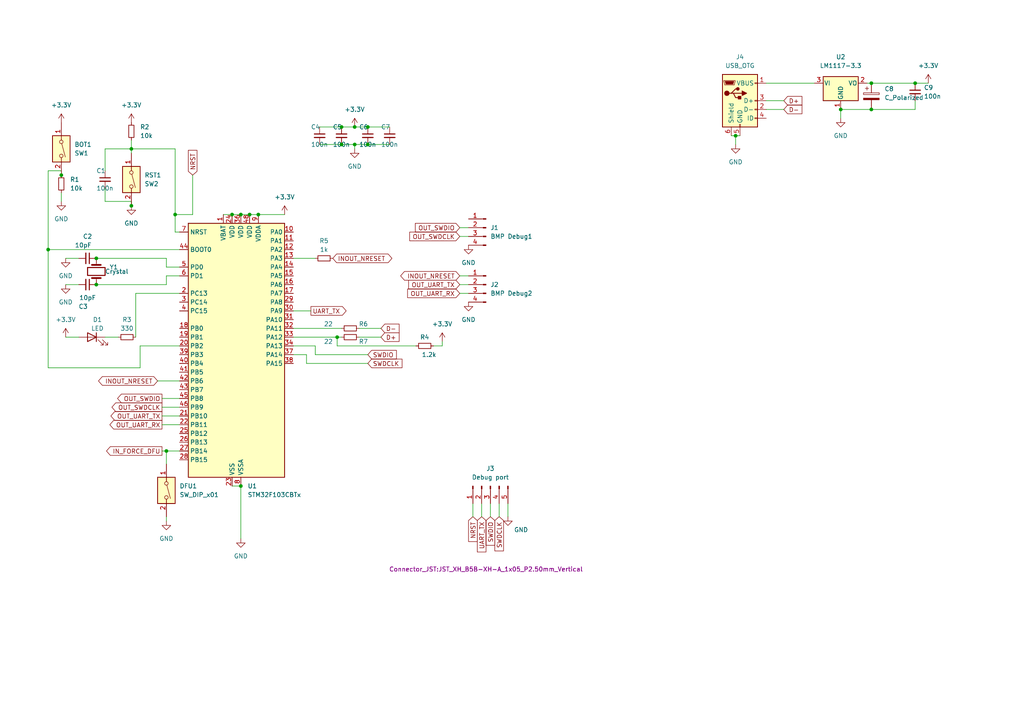
<source format=kicad_sch>
(kicad_sch (version 20230819) (generator eeschema)
  (paper "A4")
  (lib_symbols
    (symbol "Connector:Conn_01x04_Male" (pin_names (offset 1.016) hide)
      (property "Reference" "J" (at 0 5.08 0))
      (property "Value" "Conn_01x04_Male" (at 0 -7.62 0))
      (symbol "Conn_01x04_Male_1_1"
        (polyline (pts (xy 1.27 -5.08) (xy 0.8636 -5.08)) (stroke (width 0.1524)))
        (polyline (pts (xy 1.27 -2.54) (xy 0.8636 -2.54)) (stroke (width 0.1524)))
        (polyline (pts (xy 1.27 0) (xy 0.8636 0)) (stroke (width 0.1524)))
        (polyline (pts (xy 1.27 2.54) (xy 0.8636 2.54)) (stroke (width 0.1524)))
        (rectangle (start 0.8636 -4.953) (end 0 -5.207) (stroke (width 0.1524)) (fill (type outline)))
        (rectangle (start 0.8636 -2.413) (end 0 -2.667) (stroke (width 0.1524)) (fill (type outline)))
        (rectangle (start 0.8636 0.127) (end 0 -0.127) (stroke (width 0.1524)) (fill (type outline)))
        (rectangle (start 0.8636 2.667) (end 0 2.413) (stroke (width 0.1524)) (fill (type outline)))
        (pin passive line (at 5.08 2.54 180) (length 3.81) (name "Pin_1") (number "1"))
        (pin passive line (at 5.08 0 180) (length 3.81) (name "Pin_2") (number "2"))
        (pin passive line (at 5.08 -2.54 180) (length 3.81) (name "Pin_3") (number "3"))
        (pin passive line (at 5.08 -5.08 180) (length 3.81) (name "Pin_4") (number "4"))
      )
    )
    (symbol "Connector:Conn_01x05_Male" (pin_names (offset 1.016) hide)
      (property "Reference" "J" (at 0 7.62 0))
      (property "Value" "Conn_01x05_Male" (at 0 -7.62 0))
      (symbol "Conn_01x05_Male_1_1"
        (polyline (pts (xy 1.27 -5.08) (xy 0.8636 -5.08)) (stroke (width 0.1524)))
        (polyline (pts (xy 1.27 -2.54) (xy 0.8636 -2.54)) (stroke (width 0.1524)))
        (polyline (pts (xy 1.27 0) (xy 0.8636 0)) (stroke (width 0.1524)))
        (polyline (pts (xy 1.27 2.54) (xy 0.8636 2.54)) (stroke (width 0.1524)))
        (polyline (pts (xy 1.27 5.08) (xy 0.8636 5.08)) (stroke (width 0.1524)))
        (rectangle (start 0.8636 -4.953) (end 0 -5.207) (stroke (width 0.1524)) (fill (type outline)))
        (rectangle (start 0.8636 -2.413) (end 0 -2.667) (stroke (width 0.1524)) (fill (type outline)))
        (rectangle (start 0.8636 0.127) (end 0 -0.127) (stroke (width 0.1524)) (fill (type outline)))
        (rectangle (start 0.8636 2.667) (end 0 2.413) (stroke (width 0.1524)) (fill (type outline)))
        (rectangle (start 0.8636 5.207) (end 0 4.953) (stroke (width 0.1524)) (fill (type outline)))
        (pin passive line (at 5.08 5.08 180) (length 3.81) (name "Pin_1") (number "1"))
        (pin passive line (at 5.08 2.54 180) (length 3.81) (name "Pin_2") (number "2"))
        (pin passive line (at 5.08 0 180) (length 3.81) (name "Pin_3") (number "3"))
        (pin passive line (at 5.08 -2.54 180) (length 3.81) (name "Pin_4") (number "4"))
        (pin passive line (at 5.08 -5.08 180) (length 3.81) (name "Pin_5") (number "5"))
      )
    )
    (symbol "Connector:USB_OTG" (pin_names (offset 1.016))
      (property "Reference" "J" (at -5.08 11.43 0))
      (property "Value" "USB_OTG" (at -5.08 8.89 0))
      (symbol "USB_OTG_0_1"
        (rectangle (start -5.08 -7.62) (end 5.08 7.62) (stroke (width 0.254)) (fill (type background)))
        (circle (center -3.81 2.159) (radius 0.635) (stroke (width 0.254)) (fill (type outline)))
        (circle (center -0.635 3.429) (radius 0.381) (stroke (width 0.254)) (fill (type outline)))
        (rectangle (start -0.127 -7.62) (end 0.127 -6.858))
        (polyline (pts (xy -1.905 2.159) (xy 0.635 2.159)) (stroke (width 0.254)))
        (polyline (pts (xy -3.175 2.159) (xy -2.54 2.159) (xy -1.27 3.429) (xy -0.635 3.429)) (stroke (width 0.254)))
        (polyline (pts (xy -2.54 2.159) (xy -1.905 2.159) (xy -1.27 0.889) (xy 0 0.889)) (stroke (width 0.254)))
        (polyline (pts (xy 0.635 2.794) (xy 0.635 1.524) (xy 1.905 2.159) (xy 0.635 2.794)) (stroke (width 0.254)) (fill (type outline)))
        (polyline (pts (xy -4.318 5.588) (xy -1.778 5.588) (xy -2.032 4.826) (xy -4.064 4.826) (xy -4.318 5.588)) (fill (type outline)))
        (polyline (pts (xy -4.699 5.842) (xy -4.699 5.588) (xy -4.445 4.826) (xy -4.445 4.572) (xy -1.651 4.572) (xy -1.651 4.826) (xy -1.397 5.588) (xy -1.397 5.842) (xy -4.699 5.842)))
        (rectangle (start 0.254 1.27) (end -0.508 0.508) (stroke (width 0.254)) (fill (type outline)))
        (rectangle (start 5.08 -5.207) (end 4.318 -4.953))
        (rectangle (start 5.08 -2.667) (end 4.318 -2.413))
        (rectangle (start 5.08 -0.127) (end 4.318 0.127))
        (rectangle (start 5.08 4.953) (end 4.318 5.207))
      )
      (symbol "USB_OTG_1_1"
        (pin passive line (at 7.62 5.08 180) (length 2.54) (name "VBUS") (number "1"))
        (pin bidirectional line (at 7.62 -2.54 180) (length 2.54) (name "D-") (number "2"))
        (pin bidirectional line (at 7.62 0 180) (length 2.54) (name "D+") (number "3"))
        (pin passive line (at 7.62 -5.08 180) (length 2.54) (name "ID") (number "4"))
        (pin passive line (at 0 -10.16 90) (length 2.54) (name "GND") (number "5"))
        (pin passive line (at -2.54 -10.16 90) (length 2.54) (name "Shield") (number "6"))
      )
    )
    (symbol "Device:C_Polarized" (pin_numbers hide) (pin_names (offset 0.254))
      (property "Reference" "C" (at 0.635 2.54 0))
      (property "Value" "C_Polarized" (at 0.635 -2.54 0))
      (symbol "C_Polarized_0_1"
        (rectangle (start -2.286 0.508) (end 2.286 1.016))
        (polyline (pts (xy -1.778 2.286) (xy -0.762 2.286)))
        (polyline (pts (xy -1.27 2.794) (xy -1.27 1.778)))
        (rectangle (start 2.286 -0.508) (end -2.286 -1.016) (fill (type outline)))
      )
      (symbol "C_Polarized_1_1"
        (pin passive line (at 0 3.81 270) (length 2.794) (name "~") (number "1"))
        (pin passive line (at 0 -3.81 90) (length 2.794) (name "~") (number "2"))
      )
    )
    (symbol "Device:C_Small" (pin_numbers hide) (pin_names (offset 0.254) hide)
      (property "Reference" "C" (at 0.254 1.778 0))
      (property "Value" "C_Small" (at 0.254 -2.032 0))
      (symbol "C_Small_0_1"
        (polyline (pts (xy -1.524 -0.508) (xy 1.524 -0.508)) (stroke (width 0.3302)))
        (polyline (pts (xy -1.524 0.508) (xy 1.524 0.508)) (stroke (width 0.3048)))
      )
      (symbol "C_Small_1_1"
        (pin passive line (at 0 2.54 270) (length 2.032) (name "~") (number "1"))
        (pin passive line (at 0 -2.54 90) (length 2.032) (name "~") (number "2"))
      )
    )
    (symbol "Device:Crystal" (pin_numbers hide) (pin_names (offset 1.016) hide)
      (property "Reference" "Y" (at 0 3.81 0))
      (property "Value" "Crystal" (at 0 -3.81 0))
      (symbol "Crystal_0_1"
        (rectangle (start -1.143 2.54) (end 1.143 -2.54) (stroke (width 0.3048)))
        (polyline (pts (xy -2.54 0) (xy -1.905 0)))
        (polyline (pts (xy -1.905 -1.27) (xy -1.905 1.27)) (stroke (width 0.508)))
        (polyline (pts (xy 1.905 -1.27) (xy 1.905 1.27)) (stroke (width 0.508)))
        (polyline (pts (xy 2.54 0) (xy 1.905 0)))
      )
      (symbol "Crystal_1_1"
        (pin passive line (at -3.81 0 0) (length 1.27) (name "1") (number "1"))
        (pin passive line (at 3.81 0 180) (length 1.27) (name "2") (number "2"))
      )
    )
    (symbol "Device:LED" (pin_numbers hide) (pin_names (offset 1.016) hide)
      (property "Reference" "D" (at 0 2.54 0))
      (property "Value" "LED" (at 0 -2.54 0))
      (symbol "LED_0_1"
        (polyline (pts (xy -1.27 -1.27) (xy -1.27 1.27)) (stroke (width 0.254)))
        (polyline (pts (xy -1.27 0) (xy 1.27 0)))
        (polyline (pts (xy 1.27 -1.27) (xy 1.27 1.27) (xy -1.27 0) (xy 1.27 -1.27)) (stroke (width 0.254)))
        (polyline (pts (xy -3.048 -0.762) (xy -4.572 -2.286) (xy -3.81 -2.286) (xy -4.572 -2.286) (xy -4.572 -1.524)))
        (polyline (pts (xy -1.778 -0.762) (xy -3.302 -2.286) (xy -2.54 -2.286) (xy -3.302 -2.286) (xy -3.302 -1.524)))
      )
      (symbol "LED_1_1"
        (pin passive line (at -3.81 0 0) (length 2.54) (name "K") (number "1"))
        (pin passive line (at 3.81 0 180) (length 2.54) (name "A") (number "2"))
      )
    )
    (symbol "Device:R_Small" (pin_numbers hide) (pin_names (offset 0.254) hide)
      (property "Reference" "R" (at 0.762 0.508 0))
      (property "Value" "R_Small" (at 0.762 -1.016 0))
      (symbol "R_Small_0_1"
        (rectangle (start -0.762 1.778) (end 0.762 -1.778) (stroke (width 0.2032)))
      )
      (symbol "R_Small_1_1"
        (pin passive line (at 0 2.54 270) (length 0.762) (name "~") (number "1"))
        (pin passive line (at 0 -2.54 90) (length 0.762) (name "~") (number "2"))
      )
    )
    (symbol "MCU_ST_STM32F1:STM32F103CBTx"
      (property "Reference" "U" (at -12.7 39.37 0))
      (property "Value" "STM32F103CBTx" (at 10.16 39.37 0))
      (symbol "STM32F103CBTx_0_1"
        (rectangle (start -12.7 -35.56) (end 15.24 38.1) (stroke (width 0.254)) (fill (type background)))
      )
      (symbol "STM32F103CBTx_1_1"
        (pin power_in line (at -2.54 40.64 270) (length 2.54) (name "VBAT") (number "1"))
        (pin bidirectional line (at 17.78 35.56 180) (length 2.54) (name "PA0") (number "10"))
        (pin bidirectional line (at 17.78 33.02 180) (length 2.54) (name "PA1") (number "11"))
        (pin bidirectional line (at 17.78 30.48 180) (length 2.54) (name "PA2") (number "12"))
        (pin bidirectional line (at 17.78 27.94 180) (length 2.54) (name "PA3") (number "13"))
        (pin bidirectional line (at 17.78 25.4 180) (length 2.54) (name "PA4") (number "14"))
        (pin bidirectional line (at 17.78 22.86 180) (length 2.54) (name "PA5") (number "15"))
        (pin bidirectional line (at 17.78 20.32 180) (length 2.54) (name "PA6") (number "16"))
        (pin bidirectional line (at 17.78 17.78 180) (length 2.54) (name "PA7") (number "17"))
        (pin bidirectional line (at -15.24 7.62 0) (length 2.54) (name "PB0") (number "18"))
        (pin bidirectional line (at -15.24 5.08 0) (length 2.54) (name "PB1") (number "19"))
        (pin bidirectional line (at -15.24 17.78 0) (length 2.54) (name "PC13") (number "2"))
        (pin bidirectional line (at -15.24 2.54 0) (length 2.54) (name "PB2") (number "20"))
        (pin bidirectional line (at -15.24 -17.78 0) (length 2.54) (name "PB10") (number "21"))
        (pin bidirectional line (at -15.24 -20.32 0) (length 2.54) (name "PB11") (number "22"))
        (pin power_in line (at 0 -38.1 90) (length 2.54) (name "VSS") (number "23"))
        (pin power_in line (at 0 40.64 270) (length 2.54) (name "VDD") (number "24"))
        (pin bidirectional line (at -15.24 -22.86 0) (length 2.54) (name "PB12") (number "25"))
        (pin bidirectional line (at -15.24 -25.4 0) (length 2.54) (name "PB13") (number "26"))
        (pin bidirectional line (at -15.24 -27.94 0) (length 2.54) (name "PB14") (number "27"))
        (pin bidirectional line (at -15.24 -30.48 0) (length 2.54) (name "PB15") (number "28"))
        (pin bidirectional line (at 17.78 15.24 180) (length 2.54) (name "PA8") (number "29"))
        (pin bidirectional line (at -15.24 15.24 0) (length 2.54) (name "PC14") (number "3"))
        (pin bidirectional line (at 17.78 12.7 180) (length 2.54) (name "PA9") (number "30"))
        (pin bidirectional line (at 17.78 10.16 180) (length 2.54) (name "PA10") (number "31"))
        (pin bidirectional line (at 17.78 7.62 180) (length 2.54) (name "PA11") (number "32"))
        (pin bidirectional line (at 17.78 5.08 180) (length 2.54) (name "PA12") (number "33"))
        (pin bidirectional line (at 17.78 2.54 180) (length 2.54) (name "PA13") (number "34"))
        (pin passive line (at 0 -38.1 90) (length 2.54) hide (name "VSS") (number "35"))
        (pin power_in line (at 2.54 40.64 270) (length 2.54) (name "VDD") (number "36"))
        (pin bidirectional line (at 17.78 0 180) (length 2.54) (name "PA14") (number "37"))
        (pin bidirectional line (at 17.78 -2.54 180) (length 2.54) (name "PA15") (number "38"))
        (pin bidirectional line (at -15.24 0 0) (length 2.54) (name "PB3") (number "39"))
        (pin bidirectional line (at -15.24 12.7 0) (length 2.54) (name "PC15") (number "4"))
        (pin bidirectional line (at -15.24 -2.54 0) (length 2.54) (name "PB4") (number "40"))
        (pin bidirectional line (at -15.24 -5.08 0) (length 2.54) (name "PB5") (number "41"))
        (pin bidirectional line (at -15.24 -7.62 0) (length 2.54) (name "PB6") (number "42"))
        (pin bidirectional line (at -15.24 -10.16 0) (length 2.54) (name "PB7") (number "43"))
        (pin input line (at -15.24 30.48 0) (length 2.54) (name "BOOT0") (number "44"))
        (pin bidirectional line (at -15.24 -12.7 0) (length 2.54) (name "PB8") (number "45"))
        (pin bidirectional line (at -15.24 -15.24 0) (length 2.54) (name "PB9") (number "46"))
        (pin passive line (at 0 -38.1 90) (length 2.54) hide (name "VSS") (number "47"))
        (pin power_in line (at 5.08 40.64 270) (length 2.54) (name "VDD") (number "48"))
        (pin bidirectional line (at -15.24 25.4 0) (length 2.54) (name "PD0") (number "5"))
        (pin bidirectional line (at -15.24 22.86 0) (length 2.54) (name "PD1") (number "6"))
        (pin input line (at -15.24 35.56 0) (length 2.54) (name "NRST") (number "7"))
        (pin power_in line (at 2.54 -38.1 90) (length 2.54) (name "VSSA") (number "8"))
        (pin power_in line (at 7.62 40.64 270) (length 2.54) (name "VDDA") (number "9"))
      )
    )
    (symbol "Regulator_Linear:LM1117-3.3" (pin_names (offset 0.254))
      (property "Reference" "U" (at -3.81 3.175 0))
      (property "Value" "LM1117-3.3" (at 0 3.175 0))
      (symbol "LM1117-3.3_0_1"
        (rectangle (start -5.08 -5.08) (end 5.08 1.905) (stroke (width 0.254)) (fill (type background)))
      )
      (symbol "LM1117-3.3_1_1"
        (pin power_in line (at 0 -7.62 90) (length 2.54) (name "GND") (number "1"))
        (pin power_out line (at 7.62 0 180) (length 2.54) (name "VO") (number "2"))
        (pin power_in line (at -7.62 0 0) (length 2.54) (name "VI") (number "3"))
      )
    )
    (symbol "Switch:SW_DIP_x01" (pin_names (offset 0) hide)
      (property "Reference" "SW" (at 0 3.81 0))
      (property "Value" "SW_DIP_x01" (at 0 -3.81 0))
      (symbol "SW_DIP_x01_0_0"
        (circle (center -2.032 0) (radius 0.508))
        (polyline (pts (xy -1.524 0.127) (xy 2.3622 1.1684)))
        (circle (center 2.032 0) (radius 0.508))
      )
      (symbol "SW_DIP_x01_0_1"
        (rectangle (start -3.81 2.54) (end 3.81 -2.54) (stroke (width 0.254)) (fill (type background)))
      )
      (symbol "SW_DIP_x01_1_1"
        (pin passive line (at -7.62 0 0) (length 5.08) (name "~") (number "1"))
        (pin passive line (at 7.62 0 180) (length 5.08) (name "~") (number "2"))
      )
    )
    (symbol "power:+3.3V" (power) (pin_names (offset 0))
      (property "Value" "+3.3V" (at 0 3.556 0))
      (symbol "+3.3V_0_1"
        (polyline (pts (xy -0.762 1.27) (xy 0 2.54)))
        (polyline (pts (xy 0 0) (xy 0 2.54)))
        (polyline (pts (xy 0 2.54) (xy 0.762 1.27)))
      )
      (symbol "+3.3V_1_1"
        (pin power_in line (at 0 0 90) (length 0) hide (name "+3.3V") (number "1"))
      )
    )
    (symbol "power:GND" (power) (pin_names (offset 0))
      (property "Value" "GND" (at 0 -3.81 0))
      (symbol "GND_0_1"
        (polyline (pts (xy 0 0) (xy 0 -1.27) (xy 1.27 -1.27) (xy 0 -2.54) (xy -1.27 -1.27) (xy 0 -1.27)))
      )
      (symbol "GND_1_1"
        (pin power_in line (at 0 0 270) (length 0) hide (name "GND") (number "1"))
      )
    )
  )
  (junction (at 99.06 41.91))
  (junction (at 106.68 36.83))
  (junction (at 27.94 82.55))
  (junction (at 99.06 36.83))
  (junction (at 38.1 43.18))
  (junction (at 102.87 36.83))
  (junction (at 72.39 62.23))
  (junction (at 17.78 50.8))
  (junction (at 97.79 97.79))
  (junction (at 252.73 24.13))
  (junction (at 27.94 74.93))
  (junction (at 243.84 31.75))
  (junction (at 69.85 140.97))
  (junction (at 69.85 62.23))
  (junction (at 265.43 24.13))
  (junction (at 50.8 62.23))
  (junction (at 252.73 31.75))
  (junction (at 106.68 41.91))
  (junction (at 67.31 62.23))
  (junction (at 38.1 59.69))
  (junction (at 74.93 62.23))
  (junction (at 48.26 130.81))
  (junction (at 13.97 72.39))
  (junction (at 213.36 39.37))
  (junction (at 102.87 41.91))
  (wire (pts (xy 85.09 90.17) (xy 90.17 90.17)))
  (wire (pts (xy 69.85 62.23) (xy 72.39 62.23)))
  (wire (pts (xy 48.26 77.47) (xy 52.07 77.47)))
  (wire (pts (xy 99.06 41.91) (xy 102.87 41.91)))
  (wire (pts (xy 48.26 130.81) (xy 48.26 134.62)))
  (wire (pts (xy 252.73 31.75) (xy 265.43 31.75)))
  (wire (pts (xy 104.14 95.25) (xy 110.49 95.25)))
  (wire (pts (xy 38.1 40.64) (xy 38.1 43.18)))
  (wire (pts (xy 243.84 31.75) (xy 252.73 31.75)))
  (wire (pts (xy 222.25 31.75) (xy 227.33 31.75)))
  (wire (pts (xy 252.73 24.13) (xy 265.43 24.13)))
  (wire (pts (xy 48.26 82.55) (xy 48.26 80.01)))
  (wire (pts (xy 38.1 43.18) (xy 50.8 43.18)))
  (wire (pts (xy 222.25 24.13) (xy 236.22 24.13)))
  (wire (pts (xy 67.31 140.97) (xy 69.85 140.97)))
  (wire (pts (xy 133.35 80.01) (xy 135.89 80.01)))
  (wire (pts (xy 40.64 100.33) (xy 52.07 100.33)))
  (wire (pts (xy 265.43 24.13) (xy 269.24 24.13)))
  (wire (pts (xy 265.43 29.21) (xy 265.43 31.75)))
  (wire (pts (xy 243.84 31.75) (xy 243.84 34.29)))
  (wire (pts (xy 39.37 85.09) (xy 39.37 97.79)))
  (wire (pts (xy 142.24 146.05) (xy 142.24 149.86)))
  (wire (pts (xy 38.1 58.42) (xy 38.1 59.69)))
  (wire (pts (xy 97.79 97.79) (xy 97.79 100.33)))
  (wire (pts (xy 55.88 50.8) (xy 55.88 62.23)))
  (wire (pts (xy 144.78 146.05) (xy 144.78 149.86)))
  (wire (pts (xy 213.36 39.37) (xy 214.63 39.37)))
  (wire (pts (xy 74.93 62.23) (xy 82.55 62.23)))
  (wire (pts (xy 30.48 49.53) (xy 30.48 43.18)))
  (wire (pts (xy 30.48 97.79) (xy 34.29 97.79)))
  (wire (pts (xy 17.78 49.53) (xy 17.78 50.8)))
  (wire (pts (xy 30.48 54.61) (xy 30.48 58.42)))
  (wire (pts (xy 85.09 74.93) (xy 91.44 74.93)))
  (wire (pts (xy 50.8 62.23) (xy 50.8 67.31)))
  (wire (pts (xy 48.26 74.93) (xy 48.26 77.47)))
  (wire (pts (xy 128.27 99.06) (xy 128.27 100.33)))
  (wire (pts (xy 133.35 66.04) (xy 135.89 66.04)))
  (wire (pts (xy 13.97 72.39) (xy 52.07 72.39)))
  (wire (pts (xy 85.09 102.87) (xy 88.9 102.87)))
  (wire (pts (xy 17.78 55.88) (xy 17.78 58.42)))
  (wire (pts (xy 64.77 62.23) (xy 67.31 62.23)))
  (wire (pts (xy 50.8 67.31) (xy 52.07 67.31)))
  (wire (pts (xy 102.87 41.91) (xy 106.68 41.91)))
  (wire (pts (xy 48.26 80.01) (xy 52.07 80.01)))
  (wire (pts (xy 69.85 140.97) (xy 69.85 156.21)))
  (wire (pts (xy 102.87 41.91) (xy 102.87 43.18)))
  (wire (pts (xy 30.48 43.18) (xy 38.1 43.18)))
  (wire (pts (xy 13.97 49.53) (xy 17.78 49.53)))
  (wire (pts (xy 45.72 110.49) (xy 52.07 110.49)))
  (wire (pts (xy 91.44 102.87) (xy 106.68 102.87)))
  (wire (pts (xy 38.1 43.18) (xy 38.1 44.45)))
  (wire (pts (xy 13.97 49.53) (xy 13.97 72.39)))
  (wire (pts (xy 133.35 85.09) (xy 135.89 85.09)))
  (wire (pts (xy 48.26 130.81) (xy 52.07 130.81)))
  (wire (pts (xy 102.87 36.83) (xy 106.68 36.83)))
  (wire (pts (xy 139.7 146.05) (xy 139.7 149.86)))
  (wire (pts (xy 30.48 58.42) (xy 38.1 58.42)))
  (wire (pts (xy 46.99 120.65) (xy 52.07 120.65)))
  (wire (pts (xy 19.05 82.55) (xy 22.86 82.55)))
  (wire (pts (xy 213.36 39.37) (xy 213.36 41.91)))
  (wire (pts (xy 67.31 62.23) (xy 69.85 62.23)))
  (wire (pts (xy 46.99 123.19) (xy 52.07 123.19)))
  (wire (pts (xy 92.71 41.91) (xy 99.06 41.91)))
  (wire (pts (xy 120.65 100.33) (xy 97.79 100.33)))
  (wire (pts (xy 19.05 97.79) (xy 22.86 97.79)))
  (wire (pts (xy 222.25 29.21) (xy 227.33 29.21)))
  (wire (pts (xy 88.9 105.41) (xy 106.68 105.41)))
  (wire (pts (xy 27.94 82.55) (xy 48.26 82.55)))
  (wire (pts (xy 147.32 146.05) (xy 147.32 149.86)))
  (wire (pts (xy 55.88 62.23) (xy 50.8 62.23)))
  (wire (pts (xy 50.8 43.18) (xy 50.8 62.23)))
  (wire (pts (xy 27.94 74.93) (xy 48.26 74.93)))
  (wire (pts (xy 104.14 97.79) (xy 110.49 97.79)))
  (wire (pts (xy 133.35 68.58) (xy 135.89 68.58)))
  (wire (pts (xy 52.07 85.09) (xy 39.37 85.09)))
  (wire (pts (xy 212.09 39.37) (xy 213.36 39.37)))
  (wire (pts (xy 137.16 146.05) (xy 137.16 149.86)))
  (wire (pts (xy 85.09 97.79) (xy 97.79 97.79)))
  (wire (pts (xy 85.09 95.25) (xy 99.06 95.25)))
  (wire (pts (xy 106.68 41.91) (xy 113.03 41.91)))
  (wire (pts (xy 72.39 62.23) (xy 74.93 62.23)))
  (wire (pts (xy 106.68 36.83) (xy 113.03 36.83)))
  (wire (pts (xy 125.73 100.33) (xy 128.27 100.33)))
  (wire (pts (xy 88.9 105.41) (xy 88.9 102.87)))
  (wire (pts (xy 251.46 24.13) (xy 252.73 24.13)))
  (wire (pts (xy 99.06 36.83) (xy 102.87 36.83)))
  (wire (pts (xy 13.97 72.39) (xy 13.97 106.68)))
  (wire (pts (xy 46.99 118.11) (xy 52.07 118.11)))
  (wire (pts (xy 40.64 100.33) (xy 40.64 106.68)))
  (wire (pts (xy 91.44 100.33) (xy 91.44 102.87)))
  (wire (pts (xy 19.05 74.93) (xy 22.86 74.93)))
  (wire (pts (xy 133.35 82.55) (xy 135.89 82.55)))
  (wire (pts (xy 46.99 115.57) (xy 52.07 115.57)))
  (wire (pts (xy 92.71 36.83) (xy 99.06 36.83)))
  (wire (pts (xy 48.26 149.86) (xy 48.26 151.13)))
  (wire (pts (xy 85.09 100.33) (xy 91.44 100.33)))
  (wire (pts (xy 97.79 97.79) (xy 99.06 97.79)))
  (wire (pts (xy 40.64 106.68) (xy 13.97 106.68)))
  (wire (pts (xy 46.99 130.81) (xy 48.26 130.81)))
  (global_label "NRST" (shape input) (at 55.88 50.8 90) (property "Intersheetrefs" "${INTERSHEET_REFS}" (effects hide)))
  (global_label "SWDCLK" (shape input) (at 106.68 105.41 0) (property "Intersheetrefs" "${INTERSHEET_REFS}" (effects hide)))
  (global_label "OUT_SWDIO" (shape input) (at 133.35 66.04 180) (property "Intersheetrefs" "${INTERSHEET_REFS}" (effects hide)))
  (global_label "D-" (shape input) (at 110.49 95.25 0) (property "Intersheetrefs" "${INTERSHEET_REFS}" (effects hide)))
  (global_label "OUT_UART_RX" (shape input) (at 133.35 85.09 180) (property "Intersheetrefs" "${INTERSHEET_REFS}" (effects hide)))
  (global_label "OUT_UART_RX" (shape output) (at 46.99 123.19 180) (property "Intersheetrefs" "${INTERSHEET_REFS}" (effects hide)))
  (global_label "OUT_SWDCLK" (shape input) (at 133.35 68.58 180) (property "Intersheetrefs" "${INTERSHEET_REFS}" (effects hide)))
  (global_label "OUT_UART_TX" (shape output) (at 46.99 120.65 180) (property "Intersheetrefs" "${INTERSHEET_REFS}" (effects hide)))
  (global_label "UART_TX" (shape output) (at 90.17 90.17 0) (property "Intersheetrefs" "${INTERSHEET_REFS}" (effects hide)))
  (global_label "OUT_SWDCLK" (shape output) (at 46.99 118.11 180) (property "Intersheetrefs" "${INTERSHEET_REFS}" (effects hide)))
  (global_label "UART_TX" (shape input) (at 139.7 149.86 270) (property "Intersheetrefs" "${INTERSHEET_REFS}" (effects hide)))
  (global_label "OUT_UART_TX" (shape input) (at 133.35 82.55 180) (property "Intersheetrefs" "${INTERSHEET_REFS}" (effects hide)))
  (global_label "D+" (shape input) (at 110.49 97.79 0) (property "Intersheetrefs" "${INTERSHEET_REFS}" (effects hide)))
  (global_label "SWDCLK" (shape input) (at 144.78 149.86 270) (property "Intersheetrefs" "${INTERSHEET_REFS}" (effects hide)))
  (global_label "SWDIO" (shape input) (at 142.24 149.86 270) (property "Intersheetrefs" "${INTERSHEET_REFS}" (effects hide)))
  (global_label "INOUT_NRESET" (shape bidirectional) (at 45.72 110.49 180) (property "Intersheetrefs" "${INTERSHEET_REFS}" (effects hide)))
  (global_label "OUT_SWDIO" (shape output) (at 46.99 115.57 180) (property "Intersheetrefs" "${INTERSHEET_REFS}" (effects hide)))
  (global_label "IN_FORCE_DFU" (shape output) (at 46.99 130.81 180) (property "Intersheetrefs" "${INTERSHEET_REFS}" (effects hide)))
  (global_label "SWDIO" (shape input) (at 106.68 102.87 0) (property "Intersheetrefs" "${INTERSHEET_REFS}" (effects hide)))
  (global_label "INOUT_NRESET" (shape bidirectional) (at 133.35 80.01 180) (property "Intersheetrefs" "${INTERSHEET_REFS}" (effects hide)))
  (global_label "D+" (shape input) (at 227.33 29.21 0) (property "Intersheetrefs" "${INTERSHEET_REFS}" (effects hide)))
  (global_label "D-" (shape input) (at 227.33 31.75 0) (property "Intersheetrefs" "${INTERSHEET_REFS}" (effects hide)))
  (global_label "NRST" (shape input) (at 137.16 149.86 270) (property "Intersheetrefs" "${INTERSHEET_REFS}" (effects hide)))
  (global_label "INOUT_NRESET" (shape bidirectional) (at 96.52 74.93 0) (property "Intersheetrefs" "${INTERSHEET_REFS}" (effects hide)))
  (symbol (lib_id "Device:C_Small") (at 106.68 39.37 0) (unit 1)
    (property "Reference" "C6" (at 104.14 36.83 0) (effects (justify left)))
    (property "Value" "100n" (at 104.14 41.91 0) (effects (justify left)))
    (property "Footprint" "Resistor_SMD:R_0603_1608Metric" (effects hide))
  )
  (symbol (lib_id "Device:C_Small") (at 25.4 82.55 270) (unit 1)
    (property "Reference" "C3" (at 24.13 88.9 90))
    (property "Value" "10pF" (at 25.4 86.36 90))
    (property "Footprint" "Resistor_SMD:R_0603_1608Metric" (effects hide))
  )
  (symbol (lib_id "power:+3.3V") (at 128.27 99.06 0) (unit 1)
    (property "Reference" "#PWR01" (effects hide))
    (property "Value" "+3.3V" (at 128.27 93.98 0))
  )
  (symbol (lib_id "Switch:SW_DIP_x01") (at 48.26 142.24 270) (unit 1)
    (property "Reference" "DFU1" (at 52.07 140.97 90) (effects (justify left)))
    (property "Value" "SW_DIP_x01" (at 52.07 143.51 90) (effects (justify left)))
    (property "Footprint" "Button_Switch_SMD:SW_SPST_CK_RS282G05A3" (effects hide))
  )
  (symbol (lib_id "power:GND") (at 213.36 41.91 0) (unit 1)
    (property "Reference" "#PWR0112" (effects hide))
    (property "Value" "GND" (at 213.36 46.99 0))
  )
  (symbol (lib_id "Switch:SW_DIP_x01") (at 38.1 52.07 270) (unit 1)
    (property "Reference" "RST1" (at 41.91 50.8 90) (effects (justify left)))
    (property "Value" "SW2" (at 41.91 53.34 90) (effects (justify left)))
    (property "Footprint" "Button_Switch_SMD:SW_SPST_CK_RS282G05A3" (effects hide))
  )
  (symbol (lib_id "Device:R_Small") (at 17.78 53.34 0) (unit 1)
    (property "Reference" "R1" (at 20.32 52.0699 0) (effects (justify left)))
    (property "Value" "10k" (at 20.32 54.6099 0) (effects (justify left)))
    (property "Footprint" "Resistor_SMD:R_0603_1608Metric" (effects hide))
  )
  (symbol (lib_id "power:GND") (at 135.89 87.63 0) (unit 1)
    (property "Reference" "#PWR0106" (effects hide))
    (property "Value" "GND" (at 135.89 92.71 0))
  )
  (symbol (lib_id "Device:R_Small") (at 101.6 95.25 270) (unit 1)
    (property "Reference" "R6" (at 105.41 93.98 90))
    (property "Value" "22" (at 95.25 93.98 90))
    (property "Footprint" "Resistor_SMD:R_0603_1608Metric" (effects hide))
  )
  (symbol (lib_id "power:GND") (at 243.84 34.29 0) (unit 1)
    (property "Reference" "#PWR0111" (effects hide))
    (property "Value" "GND" (at 243.84 39.37 0))
  )
  (symbol (lib_id "power:GND") (at 17.78 58.42 0) (unit 1)
    (property "Reference" "#PWR02" (effects hide))
    (property "Value" "GND" (at 17.78 63.5 0))
  )
  (symbol (lib_id "power:GND") (at 135.89 71.12 0) (unit 1)
    (property "Reference" "#PWR0107" (effects hide))
    (property "Value" "GND" (at 135.89 76.2 0))
  )
  (symbol (lib_id "Device:C_Small") (at 113.03 39.37 0) (unit 1)
    (property "Reference" "C7" (at 110.49 36.83 0) (effects (justify left)))
    (property "Value" "100n" (at 110.49 41.91 0) (effects (justify left)))
    (property "Footprint" "Resistor_SMD:R_0603_1608Metric" (effects hide))
  )
  (symbol (lib_id "Connector:Conn_01x04_Male") (at 140.97 82.55 0) (mirror y) (unit 1)
    (property "Reference" "J2" (at 142.24 82.5499 0) (effects (justify right)))
    (property "Value" "BMP Debug2" (at 142.24 85.0899 0) (effects (justify right)))
    (property "Footprint" "Connector_JST:JST_XH_B4B-XH-A_1x04_P2.50mm_Vertical" (effects hide))
  )
  (symbol (lib_id "Device:C_Small") (at 265.43 26.67 0) (unit 1)
    (property "Reference" "C9" (at 267.97 25.4062 0) (effects (justify left)))
    (property "Value" "100n" (at 267.97 27.9462 0) (effects (justify left)))
    (property "Footprint" "Resistor_SMD:R_0603_1608Metric" (effects hide))
  )
  (symbol (lib_id "Device:LED") (at 26.67 97.79 0) (mirror y) (unit 1)
    (property "Reference" "D1" (at 28.2575 92.71 0))
    (property "Value" "LED" (at 28.2575 95.25 0))
    (property "Footprint" "Diode_SMD:D_0805_2012Metric" (effects hide))
  )
  (symbol (lib_id "power:+3.3V") (at 269.24 24.13 0) (unit 1)
    (property "Reference" "#PWR0113" (effects hide))
    (property "Value" "+3.3V" (at 269.24 19.05 0))
  )
  (symbol (lib_id "Regulator_Linear:LM1117-3.3") (at 243.84 24.13 0) (unit 1)
    (property "Reference" "U2" (at 243.84 16.51 0))
    (property "Value" "LM1117-3.3" (at 243.84 19.05 0))
    (property "Footprint" "Package_TO_SOT_SMD:SOT-223" (effects hide))
    (property "Datasheet" "http://www.ti.com/lit/ds/symlink/lm1117.pdf" (effects hide))
  )
  (symbol (lib_id "Device:C_Polarized") (at 252.73 27.94 0) (unit 1)
    (property "Reference" "C8" (at 256.54 25.7809 0) (effects (justify left)))
    (property "Value" "C_Polarized" (at 256.54 28.3209 0) (effects (justify left)))
    (property "Footprint" "Capacitor_THT:CP_Radial_D4.0mm_P2.00mm" (effects hide))
  )
  (symbol (lib_id "Device:C_Small") (at 99.06 39.37 0) (unit 1)
    (property "Reference" "C5" (at 96.52 36.83 0) (effects (justify left)))
    (property "Value" "100n" (at 96.52 41.91 0) (effects (justify left)))
    (property "Footprint" "Resistor_SMD:R_0603_1608Metric" (effects hide))
  )
  (symbol (lib_id "power:+3.3V") (at 102.87 36.83 0) (unit 1)
    (property "Reference" "#PWR0105" (effects hide))
    (property "Value" "+3.3V" (at 102.87 31.75 0))
  )
  (symbol (lib_id "power:+3.3V") (at 19.05 97.79 0) (unit 1)
    (property "Reference" "#PWR0110" (effects hide))
    (property "Value" "+3.3V" (at 19.05 92.71 0))
  )
  (symbol (lib_id "power:GND") (at 48.26 151.13 0) (unit 1)
    (property "Reference" "#PWR03" (effects hide))
    (property "Value" "GND" (at 48.26 156.21 0))
  )
  (symbol (lib_id "Device:R_Small") (at 38.1 38.1 0) (unit 1)
    (property "Reference" "R2" (at 40.64 36.83 0) (effects (justify left)))
    (property "Value" "10k" (at 40.64 39.37 0) (effects (justify left)))
    (property "Footprint" "Resistor_SMD:R_0603_1608Metric" (effects hide))
  )
  (symbol (lib_id "power:GND") (at 69.85 156.21 0) (unit 1)
    (property "Reference" "#PWR0101" (effects hide))
    (property "Value" "GND" (at 69.85 161.29 0))
  )
  (symbol (lib_id "Connector:Conn_01x04_Male") (at 140.97 66.04 0) (mirror y) (unit 1)
    (property "Reference" "J1" (at 142.24 66.0399 0) (effects (justify right)))
    (property "Value" "BMP Debug1" (at 142.24 68.5799 0) (effects (justify right)))
    (property "Footprint" "Connector_JST:JST_XH_B4B-XH-A_1x04_P2.50mm_Vertical" (effects hide))
  )
  (symbol (lib_id "Device:C_Small") (at 92.71 39.37 0) (unit 1)
    (property "Reference" "C4" (at 90.17 36.83 0) (effects (justify left)))
    (property "Value" "100n" (at 90.17 41.91 0) (effects (justify left)))
    (property "Footprint" "Resistor_SMD:R_0603_1608Metric" (effects hide))
  )
  (symbol (lib_id "Connector:Conn_01x05_Male") (at 142.24 140.97 90) (mirror x) (unit 1)
    (property "Reference" "J3" (at 142.24 135.89 90))
    (property "Value" "Debug port" (at 142.24 138.43 90))
    (property "Footprint" "Connector_JST:JST_XH_B5B-XH-A_1x05_P2.50mm_Vertical" (at 140.97 165.1 90))
  )
  (symbol (lib_id "Device:C_Small") (at 30.48 52.07 0) (unit 1)
    (property "Reference" "C1" (at 27.94 49.53 0) (effects (justify left)))
    (property "Value" "100n" (at 27.94 54.61 0) (effects (justify left)))
    (property "Footprint" "Resistor_SMD:R_0603_1608Metric" (effects hide))
  )
  (symbol (lib_id "power:GND") (at 19.05 74.93 0) (unit 1)
    (property "Reference" "#PWR0108" (effects hide))
    (property "Value" "GND" (at 19.05 80.01 0))
  )
  (symbol (lib_id "power:GND") (at 19.05 82.55 0) (unit 1)
    (property "Reference" "#PWR0109" (effects hide))
    (property "Value" "GND" (at 19.05 87.63 0))
  )
  (symbol (lib_id "Device:Crystal") (at 27.94 78.74 270) (unit 1)
    (property "Reference" "Y1" (at 31.75 77.4699 90) (effects (justify left)))
    (property "Value" "Crystal" (at 30.48 78.74 90) (effects (justify left)))
    (property "Footprint" "Crystal:Crystal_HC49-U_Vertical" (effects hide))
  )
  (symbol (lib_id "MCU_ST_STM32F1:STM32F103CBTx") (at 67.31 102.87 0) (unit 1)
    (property "Reference" "U1" (at 71.8059 140.97 0) (effects (justify left)))
    (property "Value" "STM32F103CBTx" (at 71.8059 143.51 0) (effects (justify left)))
    (property "Footprint" "Package_QFP:LQFP-48_7x7mm_P0.5mm" (effects hide))
    (property "Datasheet" "https://www.st.com/resource/en/datasheet/stm32f103cb.pdf" (effects hide))
  )
  (symbol (lib_id "Connector:USB_OTG") (at 214.63 29.21 0) (unit 1)
    (property "Reference" "J4" (at 214.63 16.51 0))
    (property "Value" "USB_OTG" (at 214.63 19.05 0))
    (property "Footprint" "Connector_USB:USB_Micro-B_Wuerth_629105150521" (effects hide))
    (property "Datasheet" " ~" (effects hide))
  )
  (symbol (lib_id "power:GND") (at 102.87 43.18 0) (unit 1)
    (property "Reference" "#PWR0103" (effects hide))
    (property "Value" "GND" (at 102.87 48.26 0))
  )
  (symbol (lib_id "power:GND") (at 38.1 59.69 0) (unit 1)
    (property "Reference" "#PWR0116" (effects hide))
    (property "Value" "GND" (at 38.1 64.77 0))
  )
  (symbol (lib_id "Device:R_Small") (at 36.83 97.79 270) (unit 1)
    (property "Reference" "R3" (at 36.83 92.71 90))
    (property "Value" "330" (at 36.83 95.25 90))
    (property "Footprint" "Resistor_SMD:R_0603_1608Metric" (effects hide))
  )
  (symbol (lib_id "power:+3.3V") (at 17.78 35.56 0) (unit 1)
    (property "Reference" "#PWR0117" (effects hide))
    (property "Value" "+3.3V" (at 17.78 30.48 0))
  )
  (symbol (lib_id "Device:C_Small") (at 25.4 74.93 270) (unit 1)
    (property "Reference" "C2" (at 25.3936 68.58 90))
    (property "Value" "10pF" (at 24.13 71.12 90))
    (property "Footprint" "Resistor_SMD:R_0603_1608Metric" (effects hide))
  )
  (symbol (lib_id "Switch:SW_DIP_x01") (at 17.78 43.18 270) (unit 1)
    (property "Reference" "BOT1" (at 21.59 41.91 90) (effects (justify left)))
    (property "Value" "SW1" (at 21.59 44.45 90) (effects (justify left)))
    (property "Footprint" "Button_Switch_SMD:SW_SPST_CK_RS282G05A3" (effects hide))
  )
  (symbol (lib_id "Device:R_Small") (at 101.6 97.79 270) (unit 1)
    (property "Reference" "R7" (at 105.41 99.06 90))
    (property "Value" "22" (at 95.25 99.06 90))
    (property "Footprint" "Resistor_SMD:R_0603_1608Metric" (effects hide))
  )
  (symbol (lib_id "power:GND") (at 147.32 149.86 0) (unit 1)
    (property "Reference" "#PWR0102" (effects hide))
    (property "Value" "GND" (at 151.13 153.67 0))
  )
  (symbol (lib_id "Device:R_Small") (at 93.98 74.93 270) (unit 1)
    (property "Reference" "R5" (at 93.98 69.85 90))
    (property "Value" "1k" (at 93.98 72.39 90))
    (property "Footprint" "Resistor_SMD:R_0603_1608Metric" (effects hide))
  )
  (symbol (lib_id "power:+3.3V") (at 38.1 35.56 0) (unit 1)
    (property "Reference" "#PWR0115" (effects hide))
    (property "Value" "+3.3V" (at 38.1 30.48 0))
  )
  (symbol (lib_id "Device:R_Small") (at 123.19 100.33 270) (unit 1)
    (property "Reference" "R4" (at 123.19 97.79 90))
    (property "Value" "1.2k" (at 124.46 102.87 90))
    (property "Footprint" "Resistor_SMD:R_0603_1608Metric" (effects hide))
  )
  (symbol (lib_id "power:+3.3V") (at 82.55 62.23 0) (unit 1)
    (property "Reference" "#PWR0114" (effects hide))
    (property "Value" "+3.3V" (at 82.55 57.15 0))
  )
)
</source>
